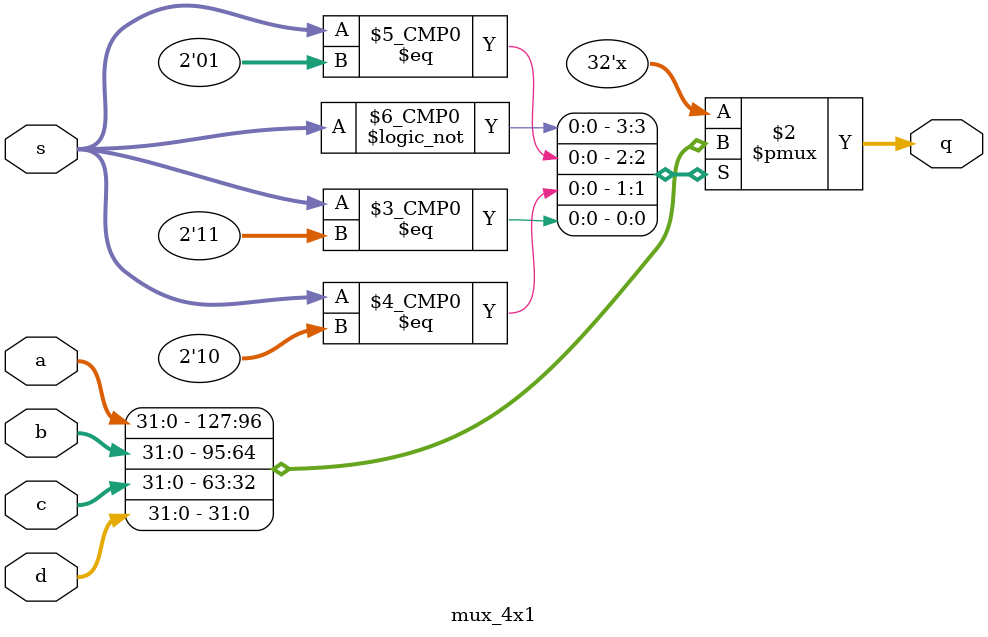
<source format=v>
module mux_4x1(
input[31:0] a,b,c,d,
input [1:0]s,
output reg [31:0]q );

always@(*)
begin
	case(s)
	2'b00: q = a;
	2'b01: q = b;
	2'b10: q = c;
	2'b11: q = d;
	default: q = 32'bxxxxxxxxxxxxxxxxxxxxxxxxxxxxxxxx;
	endcase
end

endmodule

</source>
